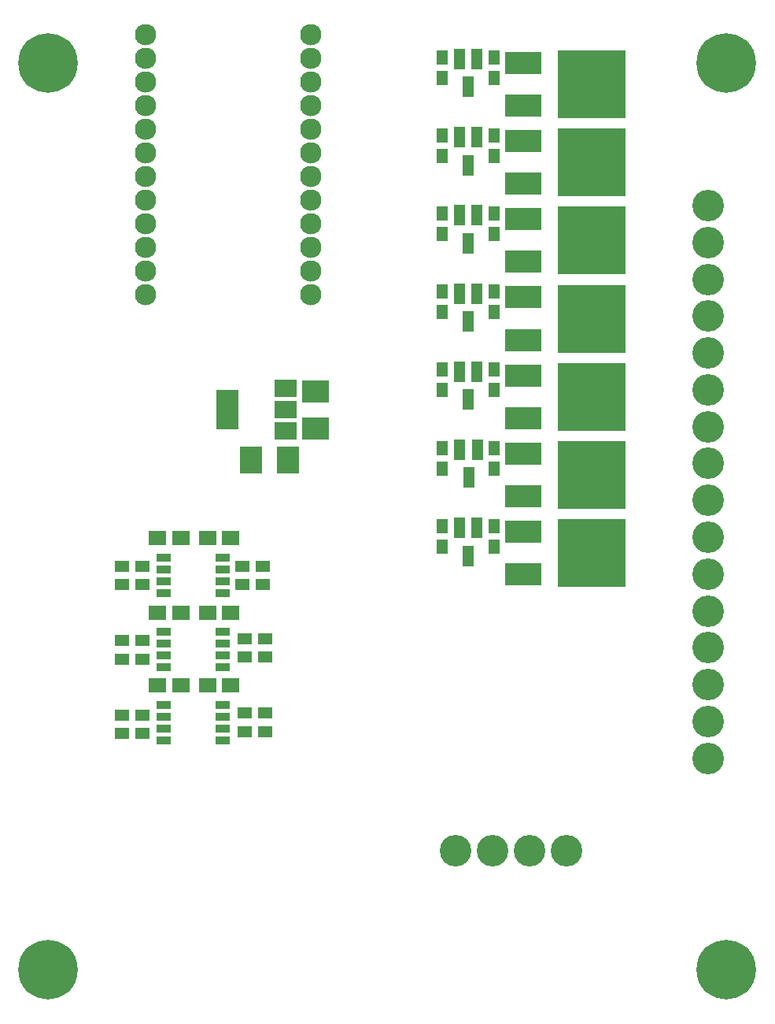
<source format=gbr>
G04 #@! TF.FileFunction,Soldermask,Top*
%FSLAX46Y46*%
G04 Gerber Fmt 4.6, Leading zero omitted, Abs format (unit mm)*
G04 Created by KiCad (PCBNEW 4.0.5) date Tuesday, March 07, 2017 'PMt' 04:16:58 PM*
%MOMM*%
%LPD*%
G01*
G04 APERTURE LIST*
%ADD10C,0.100000*%
%ADD11C,6.400000*%
%ADD12R,2.400000X4.200000*%
%ADD13R,2.400000X1.900000*%
%ADD14R,1.600000X1.300000*%
%ADD15C,3.400000*%
%ADD16C,2.300000*%
%ADD17R,1.300000X1.600000*%
%ADD18R,1.900000X1.650000*%
%ADD19R,2.900000X2.400000*%
%ADD20R,2.400000X2.900000*%
%ADD21R,1.200000X2.300000*%
%ADD22R,1.543000X0.908000*%
%ADD23R,3.900000X2.400000*%
%ADD24R,7.400000X7.400000*%
G04 APERTURE END LIST*
D10*
D11*
X180000000Y-153000000D03*
X180000000Y-55500000D03*
X253000000Y-55500000D03*
D12*
X199250000Y-92800000D03*
D13*
X205550000Y-92800000D03*
X205550000Y-90500000D03*
X205550000Y-95100000D03*
D14*
X187900000Y-109600000D03*
X190100000Y-109600000D03*
D15*
X251000000Y-70860000D03*
X251000000Y-74820000D03*
X251000000Y-78780000D03*
X251000000Y-82740000D03*
X251000000Y-86700000D03*
X251000000Y-90660000D03*
X251000000Y-94620000D03*
X251000000Y-98580000D03*
X251000000Y-102540000D03*
X251000000Y-106500000D03*
X251000000Y-110460000D03*
X251000000Y-114420000D03*
X251000000Y-118380000D03*
X251000000Y-122340000D03*
X251000000Y-126300000D03*
X251000000Y-130260000D03*
D16*
X208290000Y-80440000D03*
X208290000Y-77900000D03*
X208290000Y-75360000D03*
X208290000Y-72820000D03*
X208290000Y-70280000D03*
X208290000Y-67740000D03*
X208290000Y-65200000D03*
X208290000Y-62660000D03*
X208290000Y-60120000D03*
X208290000Y-57580000D03*
X208290000Y-55040000D03*
X208290000Y-52500000D03*
X190510000Y-80440000D03*
X190510000Y-77900000D03*
X190510000Y-75360000D03*
X190510000Y-72820000D03*
X190510000Y-70280000D03*
X190510000Y-67740000D03*
X190510000Y-65200000D03*
X190510000Y-62660000D03*
X190510000Y-60120000D03*
X190510000Y-57580000D03*
X190510000Y-55040000D03*
X190510000Y-52500000D03*
D15*
X223860000Y-140200000D03*
X227820000Y-140200000D03*
X231780000Y-140200000D03*
X235740000Y-140200000D03*
D17*
X228000000Y-65500000D03*
X228000000Y-63300000D03*
X228000000Y-57100000D03*
X228000000Y-54900000D03*
X228000000Y-73900000D03*
X228000000Y-71700000D03*
X228000000Y-90700000D03*
X228000000Y-88500000D03*
D18*
X191750000Y-114600000D03*
X194250000Y-114600000D03*
X197150000Y-114600000D03*
X199650000Y-114600000D03*
D19*
X208800000Y-90800000D03*
X208800000Y-94800000D03*
D20*
X201800000Y-98200000D03*
X205800000Y-98200000D03*
D18*
X191750000Y-122400000D03*
X194250000Y-122400000D03*
X197150000Y-122400000D03*
X199650000Y-122400000D03*
X191750000Y-106600000D03*
X194250000Y-106600000D03*
X197150000Y-106600000D03*
X199650000Y-106600000D03*
D21*
X226150000Y-63500000D03*
X224250000Y-63500000D03*
X225200000Y-66500000D03*
X226150000Y-55100000D03*
X224250000Y-55100000D03*
X225200000Y-58100000D03*
X226150000Y-71900000D03*
X224250000Y-71900000D03*
X225200000Y-74900000D03*
X226150000Y-88700000D03*
X224250000Y-88700000D03*
X225200000Y-91700000D03*
X226150000Y-105500000D03*
X224250000Y-105500000D03*
X225200000Y-108500000D03*
X226150000Y-80300000D03*
X224250000Y-80300000D03*
X225200000Y-83300000D03*
X226200000Y-97100000D03*
X224300000Y-97100000D03*
X225250000Y-100100000D03*
D17*
X228000000Y-107500000D03*
X228000000Y-105300000D03*
D14*
X200900000Y-109600000D03*
X203100000Y-109600000D03*
X200900000Y-111600000D03*
X203100000Y-111600000D03*
X201150000Y-117400000D03*
X203350000Y-117400000D03*
D17*
X228000000Y-82300000D03*
X228000000Y-80100000D03*
D14*
X201150000Y-119400000D03*
X203350000Y-119400000D03*
X201150000Y-125400000D03*
X203350000Y-125400000D03*
X201150000Y-127400000D03*
X203350000Y-127400000D03*
D17*
X228000000Y-99100000D03*
X228000000Y-96900000D03*
X222400000Y-96900000D03*
X222400000Y-99100000D03*
D14*
X187900000Y-111600000D03*
X190100000Y-111600000D03*
D17*
X222400000Y-88500000D03*
X222400000Y-90700000D03*
D14*
X187900000Y-117600000D03*
X190100000Y-117600000D03*
D17*
X222400000Y-80100000D03*
X222400000Y-82300000D03*
D14*
X187900000Y-119600000D03*
X190100000Y-119600000D03*
D17*
X222400000Y-71700000D03*
X222400000Y-73900000D03*
D14*
X187900000Y-125600000D03*
X190100000Y-125600000D03*
D17*
X222400000Y-63300000D03*
X222400000Y-65500000D03*
D14*
X187900000Y-127600000D03*
X190100000Y-127600000D03*
D17*
X222400000Y-105300000D03*
X222400000Y-107500000D03*
D22*
X198775000Y-116695000D03*
X198775000Y-117965000D03*
X198775000Y-119235000D03*
X198775000Y-120505000D03*
X192425000Y-120505000D03*
X192425000Y-119235000D03*
X192425000Y-117965000D03*
X192425000Y-116695000D03*
X198775000Y-124495000D03*
X198775000Y-125765000D03*
X198775000Y-127035000D03*
X198775000Y-128305000D03*
X192425000Y-128305000D03*
X192425000Y-127035000D03*
X192425000Y-125765000D03*
X192425000Y-124495000D03*
X198775000Y-108695000D03*
X198775000Y-109965000D03*
X198775000Y-111235000D03*
X198775000Y-112505000D03*
X192425000Y-112505000D03*
X192425000Y-111235000D03*
X192425000Y-109965000D03*
X192425000Y-108695000D03*
D23*
X231100000Y-63910000D03*
X231100000Y-68490000D03*
D24*
X238500000Y-66210000D03*
D23*
X231100000Y-55510000D03*
X231100000Y-60090000D03*
D24*
X238500000Y-57810000D03*
D23*
X231100000Y-72310000D03*
X231100000Y-76890000D03*
D24*
X238500000Y-74610000D03*
D23*
X231100000Y-89110000D03*
X231100000Y-93690000D03*
D24*
X238500000Y-91410000D03*
D23*
X231100000Y-105910000D03*
X231100000Y-110490000D03*
D24*
X238500000Y-108210000D03*
D23*
X231100000Y-80710000D03*
X231100000Y-85290000D03*
D24*
X238500000Y-83010000D03*
D23*
X231100000Y-97510000D03*
X231100000Y-102090000D03*
D24*
X238500000Y-99810000D03*
D17*
X222400000Y-54900000D03*
X222400000Y-57100000D03*
D11*
X253000000Y-153000000D03*
M02*

</source>
